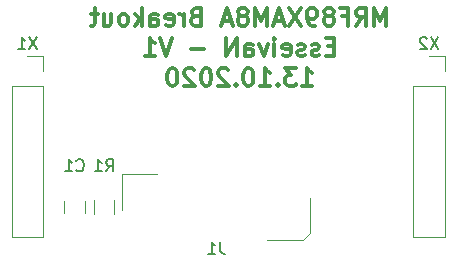
<source format=gbr>
%TF.GenerationSoftware,KiCad,Pcbnew,(5.1.6)-1*%
%TF.CreationDate,2020-10-13T17:38:00+02:00*%
%TF.ProjectId,MRF89XAM8A_Breakout,4d524638-3958-4414-9d38-415f42726561,rev?*%
%TF.SameCoordinates,Original*%
%TF.FileFunction,Legend,Bot*%
%TF.FilePolarity,Positive*%
%FSLAX46Y46*%
G04 Gerber Fmt 4.6, Leading zero omitted, Abs format (unit mm)*
G04 Created by KiCad (PCBNEW (5.1.6)-1) date 2020-10-13 17:38:00*
%MOMM*%
%LPD*%
G01*
G04 APERTURE LIST*
%ADD10C,0.300000*%
%ADD11C,0.120000*%
%ADD12C,0.150000*%
G04 APERTURE END LIST*
D10*
X114392857Y-88128571D02*
X114392857Y-86628571D01*
X113892857Y-87700000D01*
X113392857Y-86628571D01*
X113392857Y-88128571D01*
X111821428Y-88128571D02*
X112321428Y-87414285D01*
X112678571Y-88128571D02*
X112678571Y-86628571D01*
X112107142Y-86628571D01*
X111964285Y-86700000D01*
X111892857Y-86771428D01*
X111821428Y-86914285D01*
X111821428Y-87128571D01*
X111892857Y-87271428D01*
X111964285Y-87342857D01*
X112107142Y-87414285D01*
X112678571Y-87414285D01*
X110678571Y-87342857D02*
X111178571Y-87342857D01*
X111178571Y-88128571D02*
X111178571Y-86628571D01*
X110464285Y-86628571D01*
X109678571Y-87271428D02*
X109821428Y-87200000D01*
X109892857Y-87128571D01*
X109964285Y-86985714D01*
X109964285Y-86914285D01*
X109892857Y-86771428D01*
X109821428Y-86700000D01*
X109678571Y-86628571D01*
X109392857Y-86628571D01*
X109250000Y-86700000D01*
X109178571Y-86771428D01*
X109107142Y-86914285D01*
X109107142Y-86985714D01*
X109178571Y-87128571D01*
X109250000Y-87200000D01*
X109392857Y-87271428D01*
X109678571Y-87271428D01*
X109821428Y-87342857D01*
X109892857Y-87414285D01*
X109964285Y-87557142D01*
X109964285Y-87842857D01*
X109892857Y-87985714D01*
X109821428Y-88057142D01*
X109678571Y-88128571D01*
X109392857Y-88128571D01*
X109250000Y-88057142D01*
X109178571Y-87985714D01*
X109107142Y-87842857D01*
X109107142Y-87557142D01*
X109178571Y-87414285D01*
X109250000Y-87342857D01*
X109392857Y-87271428D01*
X108392857Y-88128571D02*
X108107142Y-88128571D01*
X107964285Y-88057142D01*
X107892857Y-87985714D01*
X107750000Y-87771428D01*
X107678571Y-87485714D01*
X107678571Y-86914285D01*
X107750000Y-86771428D01*
X107821428Y-86700000D01*
X107964285Y-86628571D01*
X108250000Y-86628571D01*
X108392857Y-86700000D01*
X108464285Y-86771428D01*
X108535714Y-86914285D01*
X108535714Y-87271428D01*
X108464285Y-87414285D01*
X108392857Y-87485714D01*
X108250000Y-87557142D01*
X107964285Y-87557142D01*
X107821428Y-87485714D01*
X107750000Y-87414285D01*
X107678571Y-87271428D01*
X107178571Y-86628571D02*
X106178571Y-88128571D01*
X106178571Y-86628571D02*
X107178571Y-88128571D01*
X105678571Y-87700000D02*
X104964285Y-87700000D01*
X105821428Y-88128571D02*
X105321428Y-86628571D01*
X104821428Y-88128571D01*
X104321428Y-88128571D02*
X104321428Y-86628571D01*
X103821428Y-87700000D01*
X103321428Y-86628571D01*
X103321428Y-88128571D01*
X102392857Y-87271428D02*
X102535714Y-87200000D01*
X102607142Y-87128571D01*
X102678571Y-86985714D01*
X102678571Y-86914285D01*
X102607142Y-86771428D01*
X102535714Y-86700000D01*
X102392857Y-86628571D01*
X102107142Y-86628571D01*
X101964285Y-86700000D01*
X101892857Y-86771428D01*
X101821428Y-86914285D01*
X101821428Y-86985714D01*
X101892857Y-87128571D01*
X101964285Y-87200000D01*
X102107142Y-87271428D01*
X102392857Y-87271428D01*
X102535714Y-87342857D01*
X102607142Y-87414285D01*
X102678571Y-87557142D01*
X102678571Y-87842857D01*
X102607142Y-87985714D01*
X102535714Y-88057142D01*
X102392857Y-88128571D01*
X102107142Y-88128571D01*
X101964285Y-88057142D01*
X101892857Y-87985714D01*
X101821428Y-87842857D01*
X101821428Y-87557142D01*
X101892857Y-87414285D01*
X101964285Y-87342857D01*
X102107142Y-87271428D01*
X101250000Y-87700000D02*
X100535714Y-87700000D01*
X101392857Y-88128571D02*
X100892857Y-86628571D01*
X100392857Y-88128571D01*
X98250000Y-87342857D02*
X98035714Y-87414285D01*
X97964285Y-87485714D01*
X97892857Y-87628571D01*
X97892857Y-87842857D01*
X97964285Y-87985714D01*
X98035714Y-88057142D01*
X98178571Y-88128571D01*
X98750000Y-88128571D01*
X98750000Y-86628571D01*
X98250000Y-86628571D01*
X98107142Y-86700000D01*
X98035714Y-86771428D01*
X97964285Y-86914285D01*
X97964285Y-87057142D01*
X98035714Y-87200000D01*
X98107142Y-87271428D01*
X98250000Y-87342857D01*
X98750000Y-87342857D01*
X97250000Y-88128571D02*
X97250000Y-87128571D01*
X97250000Y-87414285D02*
X97178571Y-87271428D01*
X97107142Y-87200000D01*
X96964285Y-87128571D01*
X96821428Y-87128571D01*
X95750000Y-88057142D02*
X95892857Y-88128571D01*
X96178571Y-88128571D01*
X96321428Y-88057142D01*
X96392857Y-87914285D01*
X96392857Y-87342857D01*
X96321428Y-87200000D01*
X96178571Y-87128571D01*
X95892857Y-87128571D01*
X95750000Y-87200000D01*
X95678571Y-87342857D01*
X95678571Y-87485714D01*
X96392857Y-87628571D01*
X94392857Y-88128571D02*
X94392857Y-87342857D01*
X94464285Y-87200000D01*
X94607142Y-87128571D01*
X94892857Y-87128571D01*
X95035714Y-87200000D01*
X94392857Y-88057142D02*
X94535714Y-88128571D01*
X94892857Y-88128571D01*
X95035714Y-88057142D01*
X95107142Y-87914285D01*
X95107142Y-87771428D01*
X95035714Y-87628571D01*
X94892857Y-87557142D01*
X94535714Y-87557142D01*
X94392857Y-87485714D01*
X93678571Y-88128571D02*
X93678571Y-86628571D01*
X93535714Y-87557142D02*
X93107142Y-88128571D01*
X93107142Y-87128571D02*
X93678571Y-87700000D01*
X92250000Y-88128571D02*
X92392857Y-88057142D01*
X92464285Y-87985714D01*
X92535714Y-87842857D01*
X92535714Y-87414285D01*
X92464285Y-87271428D01*
X92392857Y-87200000D01*
X92250000Y-87128571D01*
X92035714Y-87128571D01*
X91892857Y-87200000D01*
X91821428Y-87271428D01*
X91750000Y-87414285D01*
X91750000Y-87842857D01*
X91821428Y-87985714D01*
X91892857Y-88057142D01*
X92035714Y-88128571D01*
X92250000Y-88128571D01*
X90464285Y-87128571D02*
X90464285Y-88128571D01*
X91107142Y-87128571D02*
X91107142Y-87914285D01*
X91035714Y-88057142D01*
X90892857Y-88128571D01*
X90678571Y-88128571D01*
X90535714Y-88057142D01*
X90464285Y-87985714D01*
X89964285Y-87128571D02*
X89392857Y-87128571D01*
X89750000Y-86628571D02*
X89750000Y-87914285D01*
X89678571Y-88057142D01*
X89535714Y-88128571D01*
X89392857Y-88128571D01*
X110000000Y-89892857D02*
X109500000Y-89892857D01*
X109285714Y-90678571D02*
X110000000Y-90678571D01*
X110000000Y-89178571D01*
X109285714Y-89178571D01*
X108714285Y-90607142D02*
X108571428Y-90678571D01*
X108285714Y-90678571D01*
X108142857Y-90607142D01*
X108071428Y-90464285D01*
X108071428Y-90392857D01*
X108142857Y-90250000D01*
X108285714Y-90178571D01*
X108500000Y-90178571D01*
X108642857Y-90107142D01*
X108714285Y-89964285D01*
X108714285Y-89892857D01*
X108642857Y-89750000D01*
X108500000Y-89678571D01*
X108285714Y-89678571D01*
X108142857Y-89750000D01*
X107500000Y-90607142D02*
X107357142Y-90678571D01*
X107071428Y-90678571D01*
X106928571Y-90607142D01*
X106857142Y-90464285D01*
X106857142Y-90392857D01*
X106928571Y-90250000D01*
X107071428Y-90178571D01*
X107285714Y-90178571D01*
X107428571Y-90107142D01*
X107500000Y-89964285D01*
X107500000Y-89892857D01*
X107428571Y-89750000D01*
X107285714Y-89678571D01*
X107071428Y-89678571D01*
X106928571Y-89750000D01*
X105642857Y-90607142D02*
X105785714Y-90678571D01*
X106071428Y-90678571D01*
X106214285Y-90607142D01*
X106285714Y-90464285D01*
X106285714Y-89892857D01*
X106214285Y-89750000D01*
X106071428Y-89678571D01*
X105785714Y-89678571D01*
X105642857Y-89750000D01*
X105571428Y-89892857D01*
X105571428Y-90035714D01*
X106285714Y-90178571D01*
X104928571Y-90678571D02*
X104928571Y-89678571D01*
X104928571Y-89178571D02*
X105000000Y-89250000D01*
X104928571Y-89321428D01*
X104857142Y-89250000D01*
X104928571Y-89178571D01*
X104928571Y-89321428D01*
X104357142Y-89678571D02*
X104000000Y-90678571D01*
X103642857Y-89678571D01*
X102428571Y-90678571D02*
X102428571Y-89892857D01*
X102500000Y-89750000D01*
X102642857Y-89678571D01*
X102928571Y-89678571D01*
X103071428Y-89750000D01*
X102428571Y-90607142D02*
X102571428Y-90678571D01*
X102928571Y-90678571D01*
X103071428Y-90607142D01*
X103142857Y-90464285D01*
X103142857Y-90321428D01*
X103071428Y-90178571D01*
X102928571Y-90107142D01*
X102571428Y-90107142D01*
X102428571Y-90035714D01*
X101714285Y-90678571D02*
X101714285Y-89178571D01*
X100857142Y-90678571D01*
X100857142Y-89178571D01*
X99000000Y-90107142D02*
X97857142Y-90107142D01*
X96214285Y-89178571D02*
X95714285Y-90678571D01*
X95214285Y-89178571D01*
X93928571Y-90678571D02*
X94785714Y-90678571D01*
X94357142Y-90678571D02*
X94357142Y-89178571D01*
X94500000Y-89392857D01*
X94642857Y-89535714D01*
X94785714Y-89607142D01*
X107285714Y-93228571D02*
X108142857Y-93228571D01*
X107714285Y-93228571D02*
X107714285Y-91728571D01*
X107857142Y-91942857D01*
X108000000Y-92085714D01*
X108142857Y-92157142D01*
X106785714Y-91728571D02*
X105857142Y-91728571D01*
X106357142Y-92300000D01*
X106142857Y-92300000D01*
X106000000Y-92371428D01*
X105928571Y-92442857D01*
X105857142Y-92585714D01*
X105857142Y-92942857D01*
X105928571Y-93085714D01*
X106000000Y-93157142D01*
X106142857Y-93228571D01*
X106571428Y-93228571D01*
X106714285Y-93157142D01*
X106785714Y-93085714D01*
X105214285Y-93085714D02*
X105142857Y-93157142D01*
X105214285Y-93228571D01*
X105285714Y-93157142D01*
X105214285Y-93085714D01*
X105214285Y-93228571D01*
X103714285Y-93228571D02*
X104571428Y-93228571D01*
X104142857Y-93228571D02*
X104142857Y-91728571D01*
X104285714Y-91942857D01*
X104428571Y-92085714D01*
X104571428Y-92157142D01*
X102785714Y-91728571D02*
X102642857Y-91728571D01*
X102500000Y-91800000D01*
X102428571Y-91871428D01*
X102357142Y-92014285D01*
X102285714Y-92300000D01*
X102285714Y-92657142D01*
X102357142Y-92942857D01*
X102428571Y-93085714D01*
X102500000Y-93157142D01*
X102642857Y-93228571D01*
X102785714Y-93228571D01*
X102928571Y-93157142D01*
X103000000Y-93085714D01*
X103071428Y-92942857D01*
X103142857Y-92657142D01*
X103142857Y-92300000D01*
X103071428Y-92014285D01*
X103000000Y-91871428D01*
X102928571Y-91800000D01*
X102785714Y-91728571D01*
X101642857Y-93085714D02*
X101571428Y-93157142D01*
X101642857Y-93228571D01*
X101714285Y-93157142D01*
X101642857Y-93085714D01*
X101642857Y-93228571D01*
X101000000Y-91871428D02*
X100928571Y-91800000D01*
X100785714Y-91728571D01*
X100428571Y-91728571D01*
X100285714Y-91800000D01*
X100214285Y-91871428D01*
X100142857Y-92014285D01*
X100142857Y-92157142D01*
X100214285Y-92371428D01*
X101071428Y-93228571D01*
X100142857Y-93228571D01*
X99214285Y-91728571D02*
X99071428Y-91728571D01*
X98928571Y-91800000D01*
X98857142Y-91871428D01*
X98785714Y-92014285D01*
X98714285Y-92300000D01*
X98714285Y-92657142D01*
X98785714Y-92942857D01*
X98857142Y-93085714D01*
X98928571Y-93157142D01*
X99071428Y-93228571D01*
X99214285Y-93228571D01*
X99357142Y-93157142D01*
X99428571Y-93085714D01*
X99500000Y-92942857D01*
X99571428Y-92657142D01*
X99571428Y-92300000D01*
X99500000Y-92014285D01*
X99428571Y-91871428D01*
X99357142Y-91800000D01*
X99214285Y-91728571D01*
X98142857Y-91871428D02*
X98071428Y-91800000D01*
X97928571Y-91728571D01*
X97571428Y-91728571D01*
X97428571Y-91800000D01*
X97357142Y-91871428D01*
X97285714Y-92014285D01*
X97285714Y-92157142D01*
X97357142Y-92371428D01*
X98214285Y-93228571D01*
X97285714Y-93228571D01*
X96357142Y-91728571D02*
X96214285Y-91728571D01*
X96071428Y-91800000D01*
X96000000Y-91871428D01*
X95928571Y-92014285D01*
X95857142Y-92300000D01*
X95857142Y-92657142D01*
X95928571Y-92942857D01*
X96000000Y-93085714D01*
X96071428Y-93157142D01*
X96214285Y-93228571D01*
X96357142Y-93228571D01*
X96500000Y-93157142D01*
X96571428Y-93085714D01*
X96642857Y-92942857D01*
X96714285Y-92657142D01*
X96714285Y-92300000D01*
X96642857Y-92014285D01*
X96571428Y-91871428D01*
X96500000Y-91800000D01*
X96357142Y-91728571D01*
D11*
%TO.C,R1*%
X91380000Y-104100000D02*
X91380000Y-102900000D01*
X89620000Y-102900000D02*
X89620000Y-104100000D01*
%TO.C,C1*%
X88850000Y-103000000D02*
X88850000Y-104000000D01*
X87150000Y-104000000D02*
X87150000Y-103000000D01*
%TO.C,J1*%
X107965000Y-105700000D02*
X107965000Y-102700000D01*
X94995000Y-100700000D02*
X91995000Y-100700000D01*
X107315000Y-106300000D02*
X104315000Y-106300000D01*
X91995000Y-103700000D02*
X91995000Y-100700000D01*
X107315000Y-106300000D02*
X107965000Y-105700000D01*
%TO.C,X1*%
X85330000Y-106030000D02*
X82670000Y-106030000D01*
X85330000Y-93270000D02*
X85330000Y-106030000D01*
X82670000Y-93270000D02*
X82670000Y-106030000D01*
X85330000Y-93270000D02*
X82670000Y-93270000D01*
X85330000Y-92000000D02*
X85330000Y-90670000D01*
X85330000Y-90670000D02*
X84000000Y-90670000D01*
%TO.C,X2*%
X119330000Y-106030000D02*
X116670000Y-106030000D01*
X119330000Y-93270000D02*
X119330000Y-106030000D01*
X116670000Y-93270000D02*
X116670000Y-106030000D01*
X119330000Y-93270000D02*
X116670000Y-93270000D01*
X119330000Y-92000000D02*
X119330000Y-90670000D01*
X119330000Y-90670000D02*
X118000000Y-90670000D01*
%TO.C,R1*%
D12*
X90666666Y-100452380D02*
X91000000Y-99976190D01*
X91238095Y-100452380D02*
X91238095Y-99452380D01*
X90857142Y-99452380D01*
X90761904Y-99500000D01*
X90714285Y-99547619D01*
X90666666Y-99642857D01*
X90666666Y-99785714D01*
X90714285Y-99880952D01*
X90761904Y-99928571D01*
X90857142Y-99976190D01*
X91238095Y-99976190D01*
X89714285Y-100452380D02*
X90285714Y-100452380D01*
X90000000Y-100452380D02*
X90000000Y-99452380D01*
X90095238Y-99595238D01*
X90190476Y-99690476D01*
X90285714Y-99738095D01*
%TO.C,C1*%
X88166666Y-100357142D02*
X88214285Y-100404761D01*
X88357142Y-100452380D01*
X88452380Y-100452380D01*
X88595238Y-100404761D01*
X88690476Y-100309523D01*
X88738095Y-100214285D01*
X88785714Y-100023809D01*
X88785714Y-99880952D01*
X88738095Y-99690476D01*
X88690476Y-99595238D01*
X88595238Y-99500000D01*
X88452380Y-99452380D01*
X88357142Y-99452380D01*
X88214285Y-99500000D01*
X88166666Y-99547619D01*
X87214285Y-100452380D02*
X87785714Y-100452380D01*
X87500000Y-100452380D02*
X87500000Y-99452380D01*
X87595238Y-99595238D01*
X87690476Y-99690476D01*
X87785714Y-99738095D01*
%TO.C,J1*%
X100333333Y-106452380D02*
X100333333Y-107166666D01*
X100380952Y-107309523D01*
X100476190Y-107404761D01*
X100619047Y-107452380D01*
X100714285Y-107452380D01*
X99333333Y-107452380D02*
X99904761Y-107452380D01*
X99619047Y-107452380D02*
X99619047Y-106452380D01*
X99714285Y-106595238D01*
X99809523Y-106690476D01*
X99904761Y-106738095D01*
%TO.C,X1*%
X84809523Y-89122380D02*
X84142857Y-90122380D01*
X84142857Y-89122380D02*
X84809523Y-90122380D01*
X83238095Y-90122380D02*
X83809523Y-90122380D01*
X83523809Y-90122380D02*
X83523809Y-89122380D01*
X83619047Y-89265238D01*
X83714285Y-89360476D01*
X83809523Y-89408095D01*
%TO.C,X2*%
X118809523Y-89122380D02*
X118142857Y-90122380D01*
X118142857Y-89122380D02*
X118809523Y-90122380D01*
X117809523Y-89217619D02*
X117761904Y-89170000D01*
X117666666Y-89122380D01*
X117428571Y-89122380D01*
X117333333Y-89170000D01*
X117285714Y-89217619D01*
X117238095Y-89312857D01*
X117238095Y-89408095D01*
X117285714Y-89550952D01*
X117857142Y-90122380D01*
X117238095Y-90122380D01*
%TD*%
M02*

</source>
